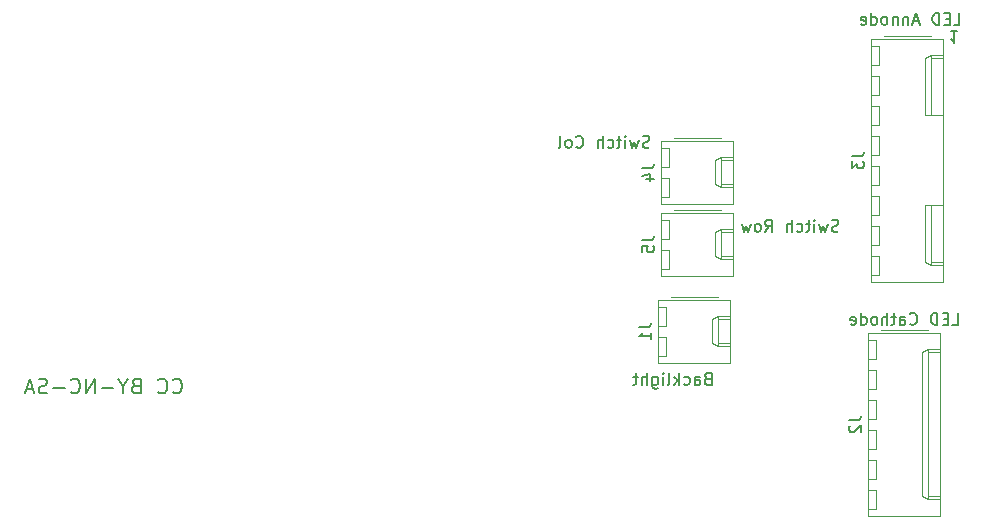
<source format=gbr>
G04 #@! TF.GenerationSoftware,KiCad,Pcbnew,(5.1.5-0-10_14)*
G04 #@! TF.CreationDate,2020-07-26T13:08:41+10:00*
G04 #@! TF.ProjectId,EWI_Left,4557495f-4c65-4667-942e-6b696361645f,-*
G04 #@! TF.SameCoordinates,Original*
G04 #@! TF.FileFunction,Legend,Bot*
G04 #@! TF.FilePolarity,Positive*
%FSLAX46Y46*%
G04 Gerber Fmt 4.6, Leading zero omitted, Abs format (unit mm)*
G04 Created by KiCad (PCBNEW (5.1.5-0-10_14)) date 2020-07-26 13:08:41*
%MOMM*%
%LPD*%
G04 APERTURE LIST*
%ADD10C,0.150000*%
%ADD11C,0.200000*%
%ADD12C,0.120000*%
G04 APERTURE END LIST*
D10*
X104658761Y-66676571D02*
X104515904Y-66724190D01*
X104468285Y-66771809D01*
X104420666Y-66867047D01*
X104420666Y-67009904D01*
X104468285Y-67105142D01*
X104515904Y-67152761D01*
X104611142Y-67200380D01*
X104992095Y-67200380D01*
X104992095Y-66200380D01*
X104658761Y-66200380D01*
X104563523Y-66248000D01*
X104515904Y-66295619D01*
X104468285Y-66390857D01*
X104468285Y-66486095D01*
X104515904Y-66581333D01*
X104563523Y-66628952D01*
X104658761Y-66676571D01*
X104992095Y-66676571D01*
X103563523Y-67200380D02*
X103563523Y-66676571D01*
X103611142Y-66581333D01*
X103706380Y-66533714D01*
X103896857Y-66533714D01*
X103992095Y-66581333D01*
X103563523Y-67152761D02*
X103658761Y-67200380D01*
X103896857Y-67200380D01*
X103992095Y-67152761D01*
X104039714Y-67057523D01*
X104039714Y-66962285D01*
X103992095Y-66867047D01*
X103896857Y-66819428D01*
X103658761Y-66819428D01*
X103563523Y-66771809D01*
X102658761Y-67152761D02*
X102754000Y-67200380D01*
X102944476Y-67200380D01*
X103039714Y-67152761D01*
X103087333Y-67105142D01*
X103134952Y-67009904D01*
X103134952Y-66724190D01*
X103087333Y-66628952D01*
X103039714Y-66581333D01*
X102944476Y-66533714D01*
X102754000Y-66533714D01*
X102658761Y-66581333D01*
X102230190Y-67200380D02*
X102230190Y-66200380D01*
X102134952Y-66819428D02*
X101849238Y-67200380D01*
X101849238Y-66533714D02*
X102230190Y-66914666D01*
X101277809Y-67200380D02*
X101373047Y-67152761D01*
X101420666Y-67057523D01*
X101420666Y-66200380D01*
X100896857Y-67200380D02*
X100896857Y-66533714D01*
X100896857Y-66200380D02*
X100944476Y-66248000D01*
X100896857Y-66295619D01*
X100849238Y-66248000D01*
X100896857Y-66200380D01*
X100896857Y-66295619D01*
X99992095Y-66533714D02*
X99992095Y-67343238D01*
X100039714Y-67438476D01*
X100087333Y-67486095D01*
X100182571Y-67533714D01*
X100325428Y-67533714D01*
X100420666Y-67486095D01*
X99992095Y-67152761D02*
X100087333Y-67200380D01*
X100277809Y-67200380D01*
X100373047Y-67152761D01*
X100420666Y-67105142D01*
X100468285Y-67009904D01*
X100468285Y-66724190D01*
X100420666Y-66628952D01*
X100373047Y-66581333D01*
X100277809Y-66533714D01*
X100087333Y-66533714D01*
X99992095Y-66581333D01*
X99515904Y-67200380D02*
X99515904Y-66200380D01*
X99087333Y-67200380D02*
X99087333Y-66676571D01*
X99134952Y-66581333D01*
X99230190Y-66533714D01*
X99373047Y-66533714D01*
X99468285Y-66581333D01*
X99515904Y-66628952D01*
X98754000Y-66533714D02*
X98373047Y-66533714D01*
X98611142Y-66200380D02*
X98611142Y-67057523D01*
X98563523Y-67152761D01*
X98468285Y-67200380D01*
X98373047Y-67200380D01*
X115731428Y-54198761D02*
X115588571Y-54246380D01*
X115350476Y-54246380D01*
X115255238Y-54198761D01*
X115207619Y-54151142D01*
X115160000Y-54055904D01*
X115160000Y-53960666D01*
X115207619Y-53865428D01*
X115255238Y-53817809D01*
X115350476Y-53770190D01*
X115540952Y-53722571D01*
X115636190Y-53674952D01*
X115683809Y-53627333D01*
X115731428Y-53532095D01*
X115731428Y-53436857D01*
X115683809Y-53341619D01*
X115636190Y-53294000D01*
X115540952Y-53246380D01*
X115302857Y-53246380D01*
X115160000Y-53294000D01*
X114826666Y-53579714D02*
X114636190Y-54246380D01*
X114445714Y-53770190D01*
X114255238Y-54246380D01*
X114064761Y-53579714D01*
X113683809Y-54246380D02*
X113683809Y-53579714D01*
X113683809Y-53246380D02*
X113731428Y-53294000D01*
X113683809Y-53341619D01*
X113636190Y-53294000D01*
X113683809Y-53246380D01*
X113683809Y-53341619D01*
X113350476Y-53579714D02*
X112969523Y-53579714D01*
X113207619Y-53246380D02*
X113207619Y-54103523D01*
X113160000Y-54198761D01*
X113064761Y-54246380D01*
X112969523Y-54246380D01*
X112207619Y-54198761D02*
X112302857Y-54246380D01*
X112493333Y-54246380D01*
X112588571Y-54198761D01*
X112636190Y-54151142D01*
X112683809Y-54055904D01*
X112683809Y-53770190D01*
X112636190Y-53674952D01*
X112588571Y-53627333D01*
X112493333Y-53579714D01*
X112302857Y-53579714D01*
X112207619Y-53627333D01*
X111779047Y-54246380D02*
X111779047Y-53246380D01*
X111350476Y-54246380D02*
X111350476Y-53722571D01*
X111398095Y-53627333D01*
X111493333Y-53579714D01*
X111636190Y-53579714D01*
X111731428Y-53627333D01*
X111779047Y-53674952D01*
X109540952Y-54246380D02*
X109874285Y-53770190D01*
X110112380Y-54246380D02*
X110112380Y-53246380D01*
X109731428Y-53246380D01*
X109636190Y-53294000D01*
X109588571Y-53341619D01*
X109540952Y-53436857D01*
X109540952Y-53579714D01*
X109588571Y-53674952D01*
X109636190Y-53722571D01*
X109731428Y-53770190D01*
X110112380Y-53770190D01*
X108969523Y-54246380D02*
X109064761Y-54198761D01*
X109112380Y-54151142D01*
X109160000Y-54055904D01*
X109160000Y-53770190D01*
X109112380Y-53674952D01*
X109064761Y-53627333D01*
X108969523Y-53579714D01*
X108826666Y-53579714D01*
X108731428Y-53627333D01*
X108683809Y-53674952D01*
X108636190Y-53770190D01*
X108636190Y-54055904D01*
X108683809Y-54151142D01*
X108731428Y-54198761D01*
X108826666Y-54246380D01*
X108969523Y-54246380D01*
X108302857Y-53579714D02*
X108112380Y-54246380D01*
X107921904Y-53770190D01*
X107731428Y-54246380D01*
X107540952Y-53579714D01*
X99721523Y-47086761D02*
X99578666Y-47134380D01*
X99340571Y-47134380D01*
X99245333Y-47086761D01*
X99197714Y-47039142D01*
X99150095Y-46943904D01*
X99150095Y-46848666D01*
X99197714Y-46753428D01*
X99245333Y-46705809D01*
X99340571Y-46658190D01*
X99531047Y-46610571D01*
X99626285Y-46562952D01*
X99673904Y-46515333D01*
X99721523Y-46420095D01*
X99721523Y-46324857D01*
X99673904Y-46229619D01*
X99626285Y-46182000D01*
X99531047Y-46134380D01*
X99292952Y-46134380D01*
X99150095Y-46182000D01*
X98816761Y-46467714D02*
X98626285Y-47134380D01*
X98435809Y-46658190D01*
X98245333Y-47134380D01*
X98054857Y-46467714D01*
X97673904Y-47134380D02*
X97673904Y-46467714D01*
X97673904Y-46134380D02*
X97721523Y-46182000D01*
X97673904Y-46229619D01*
X97626285Y-46182000D01*
X97673904Y-46134380D01*
X97673904Y-46229619D01*
X97340571Y-46467714D02*
X96959619Y-46467714D01*
X97197714Y-46134380D02*
X97197714Y-46991523D01*
X97150095Y-47086761D01*
X97054857Y-47134380D01*
X96959619Y-47134380D01*
X96197714Y-47086761D02*
X96292952Y-47134380D01*
X96483428Y-47134380D01*
X96578666Y-47086761D01*
X96626285Y-47039142D01*
X96673904Y-46943904D01*
X96673904Y-46658190D01*
X96626285Y-46562952D01*
X96578666Y-46515333D01*
X96483428Y-46467714D01*
X96292952Y-46467714D01*
X96197714Y-46515333D01*
X95769142Y-47134380D02*
X95769142Y-46134380D01*
X95340571Y-47134380D02*
X95340571Y-46610571D01*
X95388190Y-46515333D01*
X95483428Y-46467714D01*
X95626285Y-46467714D01*
X95721523Y-46515333D01*
X95769142Y-46562952D01*
X93531047Y-47039142D02*
X93578666Y-47086761D01*
X93721523Y-47134380D01*
X93816761Y-47134380D01*
X93959619Y-47086761D01*
X94054857Y-46991523D01*
X94102476Y-46896285D01*
X94150095Y-46705809D01*
X94150095Y-46562952D01*
X94102476Y-46372476D01*
X94054857Y-46277238D01*
X93959619Y-46182000D01*
X93816761Y-46134380D01*
X93721523Y-46134380D01*
X93578666Y-46182000D01*
X93531047Y-46229619D01*
X92959619Y-47134380D02*
X93054857Y-47086761D01*
X93102476Y-47039142D01*
X93150095Y-46943904D01*
X93150095Y-46658190D01*
X93102476Y-46562952D01*
X93054857Y-46515333D01*
X92959619Y-46467714D01*
X92816761Y-46467714D01*
X92721523Y-46515333D01*
X92673904Y-46562952D01*
X92626285Y-46658190D01*
X92626285Y-46943904D01*
X92673904Y-47039142D01*
X92721523Y-47086761D01*
X92816761Y-47134380D01*
X92959619Y-47134380D01*
X92054857Y-47134380D02*
X92150095Y-47086761D01*
X92197714Y-46991523D01*
X92197714Y-46134380D01*
X125359619Y-62120380D02*
X125835809Y-62120380D01*
X125835809Y-61120380D01*
X125026285Y-61596571D02*
X124692952Y-61596571D01*
X124550095Y-62120380D02*
X125026285Y-62120380D01*
X125026285Y-61120380D01*
X124550095Y-61120380D01*
X124121523Y-62120380D02*
X124121523Y-61120380D01*
X123883428Y-61120380D01*
X123740571Y-61168000D01*
X123645333Y-61263238D01*
X123597714Y-61358476D01*
X123550095Y-61548952D01*
X123550095Y-61691809D01*
X123597714Y-61882285D01*
X123645333Y-61977523D01*
X123740571Y-62072761D01*
X123883428Y-62120380D01*
X124121523Y-62120380D01*
X121788190Y-62025142D02*
X121835809Y-62072761D01*
X121978666Y-62120380D01*
X122073904Y-62120380D01*
X122216761Y-62072761D01*
X122312000Y-61977523D01*
X122359619Y-61882285D01*
X122407238Y-61691809D01*
X122407238Y-61548952D01*
X122359619Y-61358476D01*
X122312000Y-61263238D01*
X122216761Y-61168000D01*
X122073904Y-61120380D01*
X121978666Y-61120380D01*
X121835809Y-61168000D01*
X121788190Y-61215619D01*
X120931047Y-62120380D02*
X120931047Y-61596571D01*
X120978666Y-61501333D01*
X121073904Y-61453714D01*
X121264380Y-61453714D01*
X121359619Y-61501333D01*
X120931047Y-62072761D02*
X121026285Y-62120380D01*
X121264380Y-62120380D01*
X121359619Y-62072761D01*
X121407238Y-61977523D01*
X121407238Y-61882285D01*
X121359619Y-61787047D01*
X121264380Y-61739428D01*
X121026285Y-61739428D01*
X120931047Y-61691809D01*
X120597714Y-61453714D02*
X120216761Y-61453714D01*
X120454857Y-61120380D02*
X120454857Y-61977523D01*
X120407238Y-62072761D01*
X120312000Y-62120380D01*
X120216761Y-62120380D01*
X119883428Y-62120380D02*
X119883428Y-61120380D01*
X119454857Y-62120380D02*
X119454857Y-61596571D01*
X119502476Y-61501333D01*
X119597714Y-61453714D01*
X119740571Y-61453714D01*
X119835809Y-61501333D01*
X119883428Y-61548952D01*
X118835809Y-62120380D02*
X118931047Y-62072761D01*
X118978666Y-62025142D01*
X119026285Y-61929904D01*
X119026285Y-61644190D01*
X118978666Y-61548952D01*
X118931047Y-61501333D01*
X118835809Y-61453714D01*
X118692952Y-61453714D01*
X118597714Y-61501333D01*
X118550095Y-61548952D01*
X118502476Y-61644190D01*
X118502476Y-61929904D01*
X118550095Y-62025142D01*
X118597714Y-62072761D01*
X118692952Y-62120380D01*
X118835809Y-62120380D01*
X117645333Y-62120380D02*
X117645333Y-61120380D01*
X117645333Y-62072761D02*
X117740571Y-62120380D01*
X117931047Y-62120380D01*
X118026285Y-62072761D01*
X118073904Y-62025142D01*
X118121523Y-61929904D01*
X118121523Y-61644190D01*
X118073904Y-61548952D01*
X118026285Y-61501333D01*
X117931047Y-61453714D01*
X117740571Y-61453714D01*
X117645333Y-61501333D01*
X116788190Y-62072761D02*
X116883428Y-62120380D01*
X117073904Y-62120380D01*
X117169142Y-62072761D01*
X117216761Y-61977523D01*
X117216761Y-61596571D01*
X117169142Y-61501333D01*
X117073904Y-61453714D01*
X116883428Y-61453714D01*
X116788190Y-61501333D01*
X116740571Y-61596571D01*
X116740571Y-61691809D01*
X117216761Y-61787047D01*
X125510476Y-36720380D02*
X125986666Y-36720380D01*
X125986666Y-35720380D01*
X125177142Y-36196571D02*
X124843809Y-36196571D01*
X124700952Y-36720380D02*
X125177142Y-36720380D01*
X125177142Y-35720380D01*
X124700952Y-35720380D01*
X124272380Y-36720380D02*
X124272380Y-35720380D01*
X124034285Y-35720380D01*
X123891428Y-35768000D01*
X123796190Y-35863238D01*
X123748571Y-35958476D01*
X123700952Y-36148952D01*
X123700952Y-36291809D01*
X123748571Y-36482285D01*
X123796190Y-36577523D01*
X123891428Y-36672761D01*
X124034285Y-36720380D01*
X124272380Y-36720380D01*
X122558095Y-36434666D02*
X122081904Y-36434666D01*
X122653333Y-36720380D02*
X122320000Y-35720380D01*
X121986666Y-36720380D01*
X121653333Y-36053714D02*
X121653333Y-36720380D01*
X121653333Y-36148952D02*
X121605714Y-36101333D01*
X121510476Y-36053714D01*
X121367619Y-36053714D01*
X121272380Y-36101333D01*
X121224761Y-36196571D01*
X121224761Y-36720380D01*
X120748571Y-36053714D02*
X120748571Y-36720380D01*
X120748571Y-36148952D02*
X120700952Y-36101333D01*
X120605714Y-36053714D01*
X120462857Y-36053714D01*
X120367619Y-36101333D01*
X120320000Y-36196571D01*
X120320000Y-36720380D01*
X119700952Y-36720380D02*
X119796190Y-36672761D01*
X119843809Y-36625142D01*
X119891428Y-36529904D01*
X119891428Y-36244190D01*
X119843809Y-36148952D01*
X119796190Y-36101333D01*
X119700952Y-36053714D01*
X119558095Y-36053714D01*
X119462857Y-36101333D01*
X119415238Y-36148952D01*
X119367619Y-36244190D01*
X119367619Y-36529904D01*
X119415238Y-36625142D01*
X119462857Y-36672761D01*
X119558095Y-36720380D01*
X119700952Y-36720380D01*
X118510476Y-36720380D02*
X118510476Y-35720380D01*
X118510476Y-36672761D02*
X118605714Y-36720380D01*
X118796190Y-36720380D01*
X118891428Y-36672761D01*
X118939047Y-36625142D01*
X118986666Y-36529904D01*
X118986666Y-36244190D01*
X118939047Y-36148952D01*
X118891428Y-36101333D01*
X118796190Y-36053714D01*
X118605714Y-36053714D01*
X118510476Y-36101333D01*
X117653333Y-36672761D02*
X117748571Y-36720380D01*
X117939047Y-36720380D01*
X118034285Y-36672761D01*
X118081904Y-36577523D01*
X118081904Y-36196571D01*
X118034285Y-36101333D01*
X117939047Y-36053714D01*
X117748571Y-36053714D01*
X117653333Y-36101333D01*
X117605714Y-36196571D01*
X117605714Y-36291809D01*
X118081904Y-36387047D01*
D11*
X59393333Y-67816428D02*
X59452857Y-67875952D01*
X59631428Y-67935476D01*
X59750476Y-67935476D01*
X59929047Y-67875952D01*
X60048095Y-67756904D01*
X60107619Y-67637857D01*
X60167142Y-67399761D01*
X60167142Y-67221190D01*
X60107619Y-66983095D01*
X60048095Y-66864047D01*
X59929047Y-66745000D01*
X59750476Y-66685476D01*
X59631428Y-66685476D01*
X59452857Y-66745000D01*
X59393333Y-66804523D01*
X58143333Y-67816428D02*
X58202857Y-67875952D01*
X58381428Y-67935476D01*
X58500476Y-67935476D01*
X58679047Y-67875952D01*
X58798095Y-67756904D01*
X58857619Y-67637857D01*
X58917142Y-67399761D01*
X58917142Y-67221190D01*
X58857619Y-66983095D01*
X58798095Y-66864047D01*
X58679047Y-66745000D01*
X58500476Y-66685476D01*
X58381428Y-66685476D01*
X58202857Y-66745000D01*
X58143333Y-66804523D01*
X56238571Y-67280714D02*
X56060000Y-67340238D01*
X56000476Y-67399761D01*
X55940952Y-67518809D01*
X55940952Y-67697380D01*
X56000476Y-67816428D01*
X56060000Y-67875952D01*
X56179047Y-67935476D01*
X56655238Y-67935476D01*
X56655238Y-66685476D01*
X56238571Y-66685476D01*
X56119523Y-66745000D01*
X56060000Y-66804523D01*
X56000476Y-66923571D01*
X56000476Y-67042619D01*
X56060000Y-67161666D01*
X56119523Y-67221190D01*
X56238571Y-67280714D01*
X56655238Y-67280714D01*
X55167142Y-67340238D02*
X55167142Y-67935476D01*
X55583809Y-66685476D02*
X55167142Y-67340238D01*
X54750476Y-66685476D01*
X54333809Y-67459285D02*
X53381428Y-67459285D01*
X52786190Y-67935476D02*
X52786190Y-66685476D01*
X52071904Y-67935476D01*
X52071904Y-66685476D01*
X50762380Y-67816428D02*
X50821904Y-67875952D01*
X51000476Y-67935476D01*
X51119523Y-67935476D01*
X51298095Y-67875952D01*
X51417142Y-67756904D01*
X51476666Y-67637857D01*
X51536190Y-67399761D01*
X51536190Y-67221190D01*
X51476666Y-66983095D01*
X51417142Y-66864047D01*
X51298095Y-66745000D01*
X51119523Y-66685476D01*
X51000476Y-66685476D01*
X50821904Y-66745000D01*
X50762380Y-66804523D01*
X50226666Y-67459285D02*
X49274285Y-67459285D01*
X48738571Y-67875952D02*
X48560000Y-67935476D01*
X48262380Y-67935476D01*
X48143333Y-67875952D01*
X48083809Y-67816428D01*
X48024285Y-67697380D01*
X48024285Y-67578333D01*
X48083809Y-67459285D01*
X48143333Y-67399761D01*
X48262380Y-67340238D01*
X48500476Y-67280714D01*
X48619523Y-67221190D01*
X48679047Y-67161666D01*
X48738571Y-67042619D01*
X48738571Y-66923571D01*
X48679047Y-66804523D01*
X48619523Y-66745000D01*
X48500476Y-66685476D01*
X48202857Y-66685476D01*
X48024285Y-66745000D01*
X47548095Y-67578333D02*
X46952857Y-67578333D01*
X47667142Y-67935476D02*
X47250476Y-66685476D01*
X46833809Y-67935476D01*
D10*
X125815190Y-37236827D02*
X125243761Y-37236827D01*
X125529476Y-37236827D02*
X125529476Y-38236827D01*
X125434237Y-38093969D01*
X125338999Y-37998731D01*
X125243761Y-37951112D01*
D12*
X101356000Y-57388000D02*
X100756000Y-57388000D01*
X101356000Y-55788000D02*
X101356000Y-57388000D01*
X100756000Y-55788000D02*
X101356000Y-55788000D01*
X101356000Y-54848000D02*
X100756000Y-54848000D01*
X101356000Y-53248000D02*
X101356000Y-54848000D01*
X100756000Y-53248000D02*
X101356000Y-53248000D01*
X106776000Y-56338000D02*
X105776000Y-56338000D01*
X106776000Y-54298000D02*
X105776000Y-54298000D01*
X105246000Y-56338000D02*
X105776000Y-56588000D01*
X105246000Y-54298000D02*
X105246000Y-56338000D01*
X105776000Y-54048000D02*
X105246000Y-54298000D01*
X105776000Y-56588000D02*
X106776000Y-56588000D01*
X105776000Y-54048000D02*
X105776000Y-56588000D01*
X106776000Y-54048000D02*
X105776000Y-54048000D01*
X101786000Y-52378000D02*
X105786000Y-52378000D01*
X100756000Y-57968000D02*
X100756000Y-52668000D01*
X106776000Y-57968000D02*
X100756000Y-57968000D01*
X106776000Y-52668000D02*
X106776000Y-57968000D01*
X100756000Y-52668000D02*
X106776000Y-52668000D01*
X101356000Y-51292000D02*
X100756000Y-51292000D01*
X101356000Y-49692000D02*
X101356000Y-51292000D01*
X100756000Y-49692000D02*
X101356000Y-49692000D01*
X101356000Y-48752000D02*
X100756000Y-48752000D01*
X101356000Y-47152000D02*
X101356000Y-48752000D01*
X100756000Y-47152000D02*
X101356000Y-47152000D01*
X106776000Y-50242000D02*
X105776000Y-50242000D01*
X106776000Y-48202000D02*
X105776000Y-48202000D01*
X105246000Y-50242000D02*
X105776000Y-50492000D01*
X105246000Y-48202000D02*
X105246000Y-50242000D01*
X105776000Y-47952000D02*
X105246000Y-48202000D01*
X105776000Y-50492000D02*
X106776000Y-50492000D01*
X105776000Y-47952000D02*
X105776000Y-50492000D01*
X106776000Y-47952000D02*
X105776000Y-47952000D01*
X101786000Y-46282000D02*
X105786000Y-46282000D01*
X100756000Y-51872000D02*
X100756000Y-46572000D01*
X106776000Y-51872000D02*
X100756000Y-51872000D01*
X106776000Y-46572000D02*
X106776000Y-51872000D01*
X100756000Y-46572000D02*
X106776000Y-46572000D01*
X119136000Y-57896000D02*
X118536000Y-57896000D01*
X119136000Y-56296000D02*
X119136000Y-57896000D01*
X118536000Y-56296000D02*
X119136000Y-56296000D01*
X119136000Y-55356000D02*
X118536000Y-55356000D01*
X119136000Y-53756000D02*
X119136000Y-55356000D01*
X118536000Y-53756000D02*
X119136000Y-53756000D01*
X119136000Y-52816000D02*
X118536000Y-52816000D01*
X119136000Y-51216000D02*
X119136000Y-52816000D01*
X118536000Y-51216000D02*
X119136000Y-51216000D01*
X119136000Y-50276000D02*
X118536000Y-50276000D01*
X119136000Y-48676000D02*
X119136000Y-50276000D01*
X118536000Y-48676000D02*
X119136000Y-48676000D01*
X119136000Y-47736000D02*
X118536000Y-47736000D01*
X119136000Y-46136000D02*
X119136000Y-47736000D01*
X118536000Y-46136000D02*
X119136000Y-46136000D01*
X119136000Y-45196000D02*
X118536000Y-45196000D01*
X119136000Y-43596000D02*
X119136000Y-45196000D01*
X118536000Y-43596000D02*
X119136000Y-43596000D01*
X119136000Y-42656000D02*
X118536000Y-42656000D01*
X119136000Y-41056000D02*
X119136000Y-42656000D01*
X118536000Y-41056000D02*
X119136000Y-41056000D01*
X119136000Y-40116000D02*
X118536000Y-40116000D01*
X119136000Y-38516000D02*
X119136000Y-40116000D01*
X118536000Y-38516000D02*
X119136000Y-38516000D01*
X124556000Y-56846000D02*
X123556000Y-56846000D01*
X123026000Y-52016000D02*
X123556000Y-52016000D01*
X123026000Y-56846000D02*
X123026000Y-52016000D01*
X123556000Y-57096000D02*
X123026000Y-56846000D01*
X123556000Y-52016000D02*
X124556000Y-52016000D01*
X123556000Y-57096000D02*
X123556000Y-52016000D01*
X124556000Y-57096000D02*
X123556000Y-57096000D01*
X124556000Y-39566000D02*
X123556000Y-39566000D01*
X123026000Y-44396000D02*
X123556000Y-44396000D01*
X123026000Y-39566000D02*
X123026000Y-44396000D01*
X123556000Y-39316000D02*
X123026000Y-39566000D01*
X123556000Y-44396000D02*
X124556000Y-44396000D01*
X123556000Y-39316000D02*
X123556000Y-44396000D01*
X124556000Y-39316000D02*
X123556000Y-39316000D01*
X119566000Y-37646000D02*
X123566000Y-37646000D01*
X118536000Y-58476000D02*
X118536000Y-37936000D01*
X124556000Y-58476000D02*
X118536000Y-58476000D01*
X124556000Y-37936000D02*
X124556000Y-58476000D01*
X118536000Y-37936000D02*
X124556000Y-37936000D01*
X118882000Y-77708000D02*
X118282000Y-77708000D01*
X118882000Y-76108000D02*
X118882000Y-77708000D01*
X118282000Y-76108000D02*
X118882000Y-76108000D01*
X118882000Y-75168000D02*
X118282000Y-75168000D01*
X118882000Y-73568000D02*
X118882000Y-75168000D01*
X118282000Y-73568000D02*
X118882000Y-73568000D01*
X118882000Y-72628000D02*
X118282000Y-72628000D01*
X118882000Y-71028000D02*
X118882000Y-72628000D01*
X118282000Y-71028000D02*
X118882000Y-71028000D01*
X118882000Y-70088000D02*
X118282000Y-70088000D01*
X118882000Y-68488000D02*
X118882000Y-70088000D01*
X118282000Y-68488000D02*
X118882000Y-68488000D01*
X118882000Y-67548000D02*
X118282000Y-67548000D01*
X118882000Y-65948000D02*
X118882000Y-67548000D01*
X118282000Y-65948000D02*
X118882000Y-65948000D01*
X118882000Y-65008000D02*
X118282000Y-65008000D01*
X118882000Y-63408000D02*
X118882000Y-65008000D01*
X118282000Y-63408000D02*
X118882000Y-63408000D01*
X124302000Y-76658000D02*
X123302000Y-76658000D01*
X124302000Y-64458000D02*
X123302000Y-64458000D01*
X122772000Y-76658000D02*
X123302000Y-76908000D01*
X122772000Y-64458000D02*
X122772000Y-76658000D01*
X123302000Y-64208000D02*
X122772000Y-64458000D01*
X123302000Y-76908000D02*
X124302000Y-76908000D01*
X123302000Y-64208000D02*
X123302000Y-76908000D01*
X124302000Y-64208000D02*
X123302000Y-64208000D01*
X119312000Y-62538000D02*
X123312000Y-62538000D01*
X118282000Y-78288000D02*
X118282000Y-62828000D01*
X124302000Y-78288000D02*
X118282000Y-78288000D01*
X124302000Y-62828000D02*
X124302000Y-78288000D01*
X118282000Y-62828000D02*
X124302000Y-62828000D01*
X101102000Y-64754000D02*
X100502000Y-64754000D01*
X101102000Y-63154000D02*
X101102000Y-64754000D01*
X100502000Y-63154000D02*
X101102000Y-63154000D01*
X101102000Y-62214000D02*
X100502000Y-62214000D01*
X101102000Y-60614000D02*
X101102000Y-62214000D01*
X100502000Y-60614000D02*
X101102000Y-60614000D01*
X106522000Y-63704000D02*
X105522000Y-63704000D01*
X106522000Y-61664000D02*
X105522000Y-61664000D01*
X104992000Y-63704000D02*
X105522000Y-63954000D01*
X104992000Y-61664000D02*
X104992000Y-63704000D01*
X105522000Y-61414000D02*
X104992000Y-61664000D01*
X105522000Y-63954000D02*
X106522000Y-63954000D01*
X105522000Y-61414000D02*
X105522000Y-63954000D01*
X106522000Y-61414000D02*
X105522000Y-61414000D01*
X101532000Y-59744000D02*
X105532000Y-59744000D01*
X100502000Y-65334000D02*
X100502000Y-60034000D01*
X106522000Y-65334000D02*
X100502000Y-65334000D01*
X106522000Y-60034000D02*
X106522000Y-65334000D01*
X100502000Y-60034000D02*
X106522000Y-60034000D01*
D10*
X99118380Y-54984666D02*
X99832666Y-54984666D01*
X99975523Y-54937047D01*
X100070761Y-54841809D01*
X100118380Y-54698952D01*
X100118380Y-54603714D01*
X99118380Y-55937047D02*
X99118380Y-55460857D01*
X99594571Y-55413238D01*
X99546952Y-55460857D01*
X99499333Y-55556095D01*
X99499333Y-55794190D01*
X99546952Y-55889428D01*
X99594571Y-55937047D01*
X99689809Y-55984666D01*
X99927904Y-55984666D01*
X100023142Y-55937047D01*
X100070761Y-55889428D01*
X100118380Y-55794190D01*
X100118380Y-55556095D01*
X100070761Y-55460857D01*
X100023142Y-55413238D01*
X99118380Y-48888666D02*
X99832666Y-48888666D01*
X99975523Y-48841047D01*
X100070761Y-48745809D01*
X100118380Y-48602952D01*
X100118380Y-48507714D01*
X99451714Y-49793428D02*
X100118380Y-49793428D01*
X99070761Y-49555333D02*
X99785047Y-49317238D01*
X99785047Y-49936285D01*
X116898380Y-47872666D02*
X117612666Y-47872666D01*
X117755523Y-47825047D01*
X117850761Y-47729809D01*
X117898380Y-47586952D01*
X117898380Y-47491714D01*
X116898380Y-48253619D02*
X116898380Y-48872666D01*
X117279333Y-48539333D01*
X117279333Y-48682190D01*
X117326952Y-48777428D01*
X117374571Y-48825047D01*
X117469809Y-48872666D01*
X117707904Y-48872666D01*
X117803142Y-48825047D01*
X117850761Y-48777428D01*
X117898380Y-48682190D01*
X117898380Y-48396476D01*
X117850761Y-48301238D01*
X117803142Y-48253619D01*
X116644380Y-70224666D02*
X117358666Y-70224666D01*
X117501523Y-70177047D01*
X117596761Y-70081809D01*
X117644380Y-69938952D01*
X117644380Y-69843714D01*
X116739619Y-70653238D02*
X116692000Y-70700857D01*
X116644380Y-70796095D01*
X116644380Y-71034190D01*
X116692000Y-71129428D01*
X116739619Y-71177047D01*
X116834857Y-71224666D01*
X116930095Y-71224666D01*
X117072952Y-71177047D01*
X117644380Y-70605619D01*
X117644380Y-71224666D01*
X98864380Y-62350666D02*
X99578666Y-62350666D01*
X99721523Y-62303047D01*
X99816761Y-62207809D01*
X99864380Y-62064952D01*
X99864380Y-61969714D01*
X99864380Y-63350666D02*
X99864380Y-62779238D01*
X99864380Y-63064952D02*
X98864380Y-63064952D01*
X99007238Y-62969714D01*
X99102476Y-62874476D01*
X99150095Y-62779238D01*
M02*

</source>
